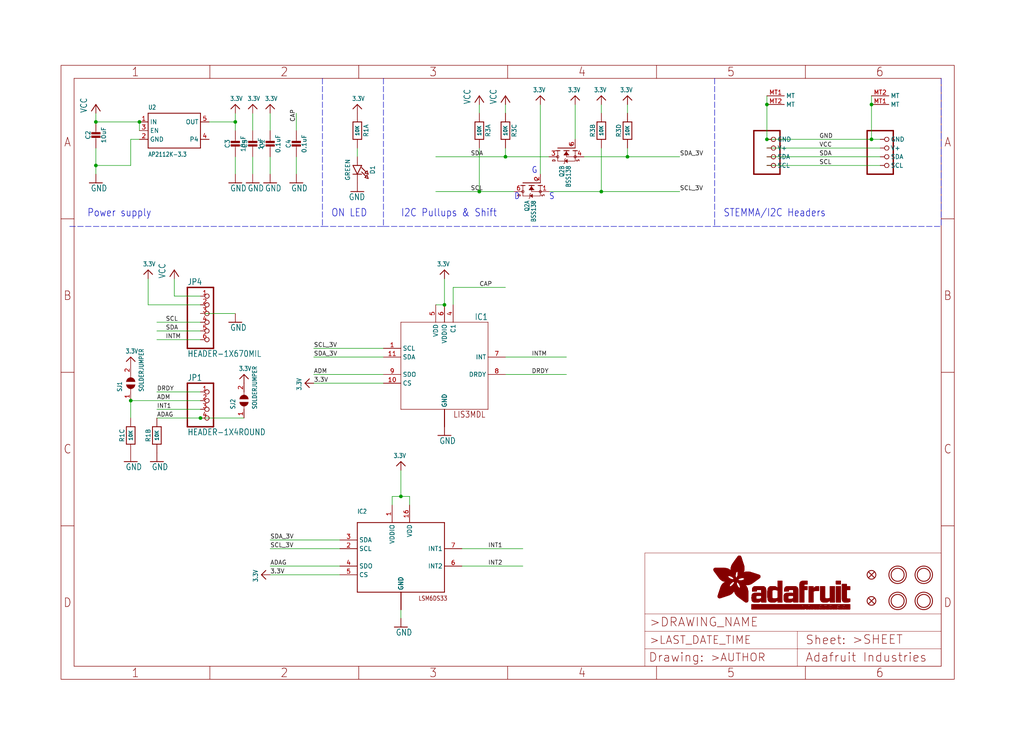
<source format=kicad_sch>
(kicad_sch (version 20211123) (generator eeschema)
  (paper "User" 298.45 217.881)
  (lib_symbols
    (symbol "eagleSchem-eagle-import:3.3V" (power)
      (property "Value" "3.3V" (at -1.524 1.016 0))
      (symbol "3.3V_1_0"
        (pin power_in line (at 0 -2.54 90) (length 2.54) (name "3.3V") (number "1"))
      )
    )
    (symbol "eagleSchem-eagle-import:CAP_CERAMIC0603_NO"
      (property "Reference" "C" (at -2.29 1.25 90))
      (property "Value" "CAP_CERAMIC0603_NO" (at 2.3 1.25 90))
      (symbol "CAP_CERAMIC0603_NO_1_0"
        (pin passive line (at 0 5.08 270) (length 2.54) (name "1") (number "1"))
        (pin passive line (at 0 -2.54 90) (length 2.54) (name "2") (number "2"))
      )
    )
    (symbol "eagleSchem-eagle-import:CAP_CERAMIC0805-NOOUTLINE"
      (property "Reference" "C" (at -2.29 1.25 90))
      (property "Value" "CAP_CERAMIC0805-NOOUTLINE" (at 2.3 1.25 90))
      (symbol "CAP_CERAMIC0805-NOOUTLINE_1_0"
        (pin passive line (at 0 5.08 270) (length 2.54) (name "1") (number "1"))
        (pin passive line (at 0 -2.54 90) (length 2.54) (name "2") (number "2"))
      )
    )
    (symbol "eagleSchem-eagle-import:FIDUCIAL_1MM")
    (symbol "eagleSchem-eagle-import:FRAME_A4_ADAFRUIT"
      (symbol "FRAME_A4_ADAFRUIT_0_0"
        (text "1" (at 21.6958 1.905 0) (effects (font (size 2.54 2.286))))
        (text "1" (at 21.6958 177.165 0) (effects (font (size 2.54 2.286))))
        (text "2" (at 65.0875 1.905 0) (effects (font (size 2.54 2.286))))
        (text "2" (at 65.0875 177.165 0) (effects (font (size 2.54 2.286))))
        (text "3" (at 108.4792 1.905 0) (effects (font (size 2.54 2.286))))
        (text "3" (at 108.4792 177.165 0) (effects (font (size 2.54 2.286))))
        (text "4" (at 151.8708 1.905 0) (effects (font (size 2.54 2.286))))
        (text "4" (at 151.8708 177.165 0) (effects (font (size 2.54 2.286))))
        (text "5" (at 195.2625 1.905 0) (effects (font (size 2.54 2.286))))
        (text "5" (at 195.2625 177.165 0) (effects (font (size 2.54 2.286))))
        (text "6" (at 238.6542 1.905 0) (effects (font (size 2.54 2.286))))
        (text "6" (at 238.6542 177.165 0) (effects (font (size 2.54 2.286))))
        (text "A" (at 1.905 156.6863 0) (effects (font (size 2.54 2.286))))
        (text "A" (at 258.445 156.6863 0) (effects (font (size 2.54 2.286))))
        (text "B" (at 1.905 111.9188 0) (effects (font (size 2.54 2.286))))
        (text "B" (at 258.445 111.9188 0) (effects (font (size 2.54 2.286))))
        (text "C" (at 1.905 67.1513 0) (effects (font (size 2.54 2.286))))
        (text "C" (at 258.445 67.1513 0) (effects (font (size 2.54 2.286))))
        (text "D" (at 1.905 22.3838 0) (effects (font (size 2.54 2.286))))
        (text "D" (at 258.445 22.3838 0) (effects (font (size 2.54 2.286))))
      )
      (symbol "FRAME_A4_ADAFRUIT_1_0"
        (text ">AUTHOR" (at 189.23 5.08 0) (effects (font (size 2.286 2.286)) (justify left bottom)))
        (text ">DRAWING_NAME" (at 171.45 15.24 0) (effects (font (size 2.54 2.54)) (justify left bottom)))
        (text ">LAST_DATE_TIME" (at 171.45 10.16 0) (effects (font (size 2.286 2.286)) (justify left bottom)))
        (text ">SHEET" (at 230.505 10.16 0) (effects (font (size 2.54 2.54)) (justify left bottom)))
        (text "Adafruit Industries" (at 216.916 4.953 0) (effects (font (size 2.54 2.54)) (justify left bottom)))
        (text "Drawing:" (at 171.196 4.953 0) (effects (font (size 2.54 2.54)) (justify left bottom)))
        (text "Sheet:" (at 216.916 10.033 0) (effects (font (size 2.54 2.54)) (justify left bottom)))
      )
    )
    (symbol "eagleSchem-eagle-import:GND" (power)
      (property "Value" "GND" (at -2.54 -2.54 0))
      (symbol "GND_1_0"
        (pin power_in line (at 0 2.54 270) (length 2.54) (name "GND") (number "1"))
      )
    )
    (symbol "eagleSchem-eagle-import:HEADER-1X4ROUND"
      (property "Reference" "JP" (at -6.35 8.255 0))
      (property "Value" "HEADER-1X4ROUND" (at -6.35 -7.62 0))
      (symbol "HEADER-1X4ROUND_1_0"
        (pin passive inverted (at -2.54 5.08 0) (length 2.54) (name "1") (number "1"))
        (pin passive inverted (at -2.54 2.54 0) (length 2.54) (name "2") (number "2"))
        (pin passive inverted (at -2.54 0 0) (length 2.54) (name "3") (number "3"))
        (pin passive inverted (at -2.54 -2.54 0) (length 2.54) (name "4") (number "4"))
      )
    )
    (symbol "eagleSchem-eagle-import:HEADER-1X670MIL"
      (property "Reference" "JP" (at -6.35 10.795 0))
      (property "Value" "HEADER-1X670MIL" (at -6.35 -10.16 0))
      (symbol "HEADER-1X670MIL_1_0"
        (pin passive inverted (at -2.54 7.62 0) (length 2.54) (name "1") (number "1"))
        (pin passive inverted (at -2.54 5.08 0) (length 2.54) (name "2") (number "2"))
        (pin passive inverted (at -2.54 2.54 0) (length 2.54) (name "3") (number "3"))
        (pin passive inverted (at -2.54 0 0) (length 2.54) (name "4") (number "4"))
        (pin passive inverted (at -2.54 -2.54 0) (length 2.54) (name "5") (number "5"))
        (pin passive inverted (at -2.54 -5.08 0) (length 2.54) (name "6") (number "6"))
      )
    )
    (symbol "eagleSchem-eagle-import:LED0603_NOOUTLINE"
      (property "Reference" "D" (at -1.27 4.445 0))
      (property "Value" "LED0603_NOOUTLINE" (at -1.27 -2.794 0))
      (symbol "LED0603_NOOUTLINE_1_0"
        (pin passive line (at -5.08 0 0) (length 2.54) (name "A") (number "A"))
        (pin passive line (at 2.54 0 180) (length 2.54) (name "C") (number "C"))
      )
    )
    (symbol "eagleSchem-eagle-import:LIS3MDL"
      (property "Reference" "IC" (at 12.7 15.24 0))
      (symbol "LIS3MDL_1_0"
        (text "LIS3MDL" (at 2.54 -15.24 0) (effects (font (size 1.778 1.5113)) (justify left bottom)))
        (pin input line (at -17.78 5.08 0) (length 5.08) (name "SCL") (number "1"))
        (pin input line (at -17.78 -5.08 0) (length 5.08) (name "CS") (number "10"))
        (pin bidirectional line (at -17.78 2.54 0) (length 5.08) (name "SDA") (number "11"))
        (pin power_in line (at 0 -17.78 90) (length 5.08) (name "GND") (number "12"))
        (pin power_in line (at 0 -17.78 90) (length 5.08) (name "GND") (number "2"))
        (pin power_in line (at 0 -17.78 90) (length 5.08) (name "GND") (number "3"))
        (pin input line (at 2.54 17.78 270) (length 5.08) (name "C1") (number "4"))
        (pin power_in line (at -2.54 17.78 270) (length 5.08) (name "VDD") (number "5"))
        (pin power_in line (at 0 17.78 270) (length 5.08) (name "VDDIO") (number "6"))
        (pin output line (at 17.78 2.54 180) (length 5.08) (name "INT") (number "7"))
        (pin output line (at 17.78 -2.54 180) (length 5.08) (name "DRDY") (number "8"))
        (pin bidirectional line (at -17.78 -2.54 0) (length 5.08) (name "SDO") (number "9"))
      )
    )
    (symbol "eagleSchem-eagle-import:LSM6DS33"
      (property "Reference" "IC" (at -12.7 12.7 0))
      (symbol "LSM6DS33_1_0"
        (text "LSM6DS33" (at 5.08 -12.7 0) (effects (font (size 1.27 1.0795)) (justify left bottom)))
        (pin power_in line (at -2.54 15.24 270) (length 5.08) (name "VDDIO") (number "1"))
        (pin power_in line (at 0 -15.24 90) (length 5.08) (name "GND") (number "10"))
        (pin power_in line (at 0 -15.24 90) (length 5.08) (name "GND") (number "11"))
        (pin power_in line (at 0 -15.24 90) (length 5.08) (name "GND") (number "12"))
        (pin power_in line (at 0 -15.24 90) (length 5.08) (name "GND") (number "13"))
        (pin power_in line (at 0 -15.24 90) (length 5.08) (name "GND") (number "15"))
        (pin power_in line (at 2.54 15.24 270) (length 5.08) (name "VDD") (number "16"))
        (pin bidirectional line (at -17.78 2.54 0) (length 5.08) (name "SCL") (number "2"))
        (pin bidirectional line (at -17.78 5.08 0) (length 5.08) (name "SDA") (number "3"))
        (pin bidirectional line (at -17.78 -2.54 0) (length 5.08) (name "SDO") (number "4"))
        (pin input line (at -17.78 -5.08 0) (length 5.08) (name "CS") (number "5"))
        (pin output line (at 17.78 -2.54 180) (length 5.08) (name "INT2") (number "6"))
        (pin output line (at 17.78 2.54 180) (length 5.08) (name "INT1") (number "7"))
        (pin power_in line (at 0 -15.24 90) (length 5.08) (name "GND") (number "8"))
        (pin power_in line (at 0 -15.24 90) (length 5.08) (name "GND") (number "9"))
      )
    )
    (symbol "eagleSchem-eagle-import:MOSFET-N_DUAL"
      (property "Reference" "Q" (at 5.08 0.635 0))
      (property "Value" "MOSFET-N_DUAL" (at 5.08 -1.27 0))
      (symbol "MOSFET-N_DUAL_1_0"
        (text "D" (at 3.175 3.175 0) (effects (font (size 0.8128 0.6908)) (justify left bottom)))
        (text "G" (at -1.27 -1.905 0) (effects (font (size 0.8128 0.6908)) (justify left bottom)))
        (text "S" (at 3.175 -3.81 0) (effects (font (size 0.8128 0.6908)) (justify left bottom)))
        (pin bidirectional line (at 2.54 -5.08 90) (length 2.54) (name "S") (number "1"))
        (pin bidirectional line (at -2.54 -2.54 0) (length 2.54) (name "G") (number "2"))
        (pin bidirectional line (at 2.54 5.08 270) (length 2.54) (name "D") (number "6"))
      )
      (symbol "MOSFET-N_DUAL_2_0"
        (text "D" (at 3.175 3.175 0) (effects (font (size 0.8128 0.6908)) (justify left bottom)))
        (text "G" (at -1.27 -1.905 0) (effects (font (size 0.8128 0.6908)) (justify left bottom)))
        (text "S" (at 3.175 -3.81 0) (effects (font (size 0.8128 0.6908)) (justify left bottom)))
        (pin bidirectional line (at 2.54 5.08 270) (length 2.54) (name "D") (number "3"))
        (pin bidirectional line (at 2.54 -5.08 90) (length 2.54) (name "S") (number "4"))
        (pin bidirectional line (at -2.54 -2.54 0) (length 2.54) (name "G") (number "5"))
      )
    )
    (symbol "eagleSchem-eagle-import:MOUNTINGHOLE2.5")
    (symbol "eagleSchem-eagle-import:RESISTOR_4PACK"
      (property "Reference" "R" (at 0 2.54 0))
      (property "Value" "RESISTOR_4PACK" (at 0 0 0))
      (symbol "RESISTOR_4PACK_1_0"
        (pin passive line (at -5.08 0 0) (length 2.54) (name "1") (number "1"))
        (pin passive line (at 5.08 0 180) (length 2.54) (name "2") (number "8"))
      )
      (symbol "RESISTOR_4PACK_2_0"
        (pin passive line (at -5.08 0 0) (length 2.54) (name "1") (number "2"))
        (pin passive line (at 5.08 0 180) (length 2.54) (name "2") (number "7"))
      )
      (symbol "RESISTOR_4PACK_3_0"
        (pin passive line (at -5.08 0 0) (length 2.54) (name "1") (number "3"))
        (pin passive line (at 5.08 0 180) (length 2.54) (name "2") (number "6"))
      )
      (symbol "RESISTOR_4PACK_4_0"
        (pin passive line (at -5.08 0 0) (length 2.54) (name "1") (number "4"))
        (pin passive line (at 5.08 0 180) (length 2.54) (name "2") (number "5"))
      )
    )
    (symbol "eagleSchem-eagle-import:SOLDERJUMPER"
      (property "Reference" "SJ" (at -2.54 2.54 0))
      (property "Value" "SOLDERJUMPER" (at -2.54 -3.81 0))
      (symbol "SOLDERJUMPER_1_0"
        (pin passive line (at -5.08 0 0) (length 2.54) (name "1") (number "1"))
        (pin passive line (at 5.08 0 180) (length 2.54) (name "2") (number "2"))
      )
    )
    (symbol "eagleSchem-eagle-import:STEMMA_I2C_QT"
      (symbol "STEMMA_I2C_QT_1_0"
        (pin passive inverted (at 0 5.08 0) (length 2.54) (name "GND") (number "1"))
        (pin passive inverted (at 0 2.54 0) (length 2.54) (name "V+") (number "2"))
        (pin passive inverted (at 0 0 0) (length 2.54) (name "SDA") (number "3"))
        (pin passive inverted (at 0 -2.54 0) (length 2.54) (name "SCL") (number "4"))
      )
      (symbol "STEMMA_I2C_QT_2_0"
        (pin bidirectional line (at 0 0 0) (length 5.08) (name "MT") (number "MT1"))
      )
      (symbol "STEMMA_I2C_QT_3_0"
        (pin bidirectional line (at 0 0 0) (length 5.08) (name "MT") (number "MT2"))
      )
    )
    (symbol "eagleSchem-eagle-import:VCC" (power)
      (property "Value" "VCC" (at -2.54 -2.54 90))
      (symbol "VCC_1_0"
        (pin power_in line (at 0 -2.54 90) (length 2.54) (name "VCC") (number "1"))
      )
    )
    (symbol "eagleSchem-eagle-import:VREG_SOT23-5"
      (property "Reference" "U" (at -7.62 6.096 0))
      (property "Value" "VREG_SOT23-5" (at -7.62 -7.62 0))
      (symbol "VREG_SOT23-5_1_0"
        (pin power_in line (at -10.16 2.54 0) (length 2.54) (name "IN") (number "1"))
        (pin power_in line (at -10.16 -2.54 0) (length 2.54) (name "GND") (number "2"))
        (pin input line (at -10.16 0 0) (length 2.54) (name "EN") (number "3"))
        (pin bidirectional line (at 10.16 -2.54 180) (length 2.54) (name "P4") (number "4"))
        (pin power_in line (at 10.16 2.54 180) (length 2.54) (name "OUT") (number "5"))
      )
    )
  )
  (junction (at 68.58 35.56))
  (junction (at 182.88 45.72))
  (junction (at 40.64 35.56))
  (junction (at 129.54 88.9))
  (junction (at 254 30.48))
  (junction (at 254 40.64))
  (junction (at 139.7 55.88))
  (junction (at 27.94 35.56))
  (junction (at 223.52 40.64))
  (junction (at 27.94 48.26))
  (junction (at 38.1 116.84))
  (junction (at 223.52 30.48))
  (junction (at 116.84 144.78))
  (junction (at 147.32 45.72))
  (junction (at 58.42 121.92))
  (junction (at 175.26 55.88))
  (polyline (pts (xy 111.76 66.04) (xy 208.28 66.04)))
  (wire (pts (xy 152.4 165.1) (xy 134.62 165.1)))
  (wire (pts (xy 175.26 43.18) (xy 175.26 55.88)))
  (wire (pts (xy 91.44 104.14) (xy 111.76 104.14)))
  (wire (pts (xy 223.52 27.94) (xy 223.52 30.48)))
  (wire (pts (xy 68.58 35.56) (xy 68.58 33.02)))
  (wire (pts (xy 27.94 48.26) (xy 27.94 50.8)))
  (wire (pts (xy 139.7 55.88) (xy 127 55.88)))
  (wire (pts (xy 68.58 35.56) (xy 68.58 38.1)))
  (wire (pts (xy 58.42 86.36) (xy 50.8 86.36)))
  (wire (pts (xy 170.18 45.72) (xy 182.88 45.72)))
  (wire (pts (xy 129.54 88.9) (xy 129.54 81.28)))
  (wire (pts (xy 147.32 104.14) (xy 165.1 104.14)))
  (wire (pts (xy 58.42 91.44) (xy 68.58 91.44)))
  (wire (pts (xy 68.58 45.72) (xy 68.58 50.8)))
  (wire (pts (xy 27.94 33.02) (xy 27.94 35.56)))
  (wire (pts (xy 58.42 121.92) (xy 71.12 121.92)))
  (wire (pts (xy 86.36 33.02) (xy 86.36 38.1)))
  (wire (pts (xy 38.1 116.84) (xy 38.1 121.92)))
  (wire (pts (xy 86.36 45.72) (xy 86.36 50.8)))
  (wire (pts (xy 111.76 101.6) (xy 91.44 101.6)))
  (wire (pts (xy 58.42 116.84) (xy 38.1 116.84)))
  (wire (pts (xy 40.64 38.1) (xy 40.64 35.56)))
  (wire (pts (xy 119.38 144.78) (xy 116.84 144.78)))
  (wire (pts (xy 223.52 30.48) (xy 223.52 40.64)))
  (wire (pts (xy 160.02 45.72) (xy 147.32 45.72)))
  (wire (pts (xy 254 30.48) (xy 254 40.64)))
  (wire (pts (xy 43.18 88.9) (xy 43.18 81.28)))
  (wire (pts (xy 254 27.94) (xy 254 30.48)))
  (wire (pts (xy 60.96 35.56) (xy 68.58 35.56)))
  (wire (pts (xy 104.14 45.72) (xy 104.14 43.18)))
  (wire (pts (xy 99.06 165.1) (xy 78.74 165.1)))
  (wire (pts (xy 134.62 160.02) (xy 152.4 160.02)))
  (wire (pts (xy 127 88.9) (xy 129.54 88.9)))
  (wire (pts (xy 58.42 121.92) (xy 45.72 121.92)))
  (wire (pts (xy 78.74 33.02) (xy 78.74 38.1)))
  (wire (pts (xy 139.7 30.48) (xy 139.7 33.02)))
  (wire (pts (xy 99.06 157.48) (xy 78.74 157.48)))
  (wire (pts (xy 111.76 111.76) (xy 91.44 111.76)))
  (polyline (pts (xy 111.76 22.86) (xy 111.76 66.04)))
  (wire (pts (xy 78.74 45.72) (xy 78.74 50.8)))
  (wire (pts (xy 114.3 144.78) (xy 114.3 147.32)))
  (wire (pts (xy 58.42 99.06) (xy 45.72 99.06)))
  (wire (pts (xy 58.42 88.9) (xy 43.18 88.9)))
  (wire (pts (xy 116.84 177.8) (xy 116.84 180.34)))
  (wire (pts (xy 132.08 83.82) (xy 147.32 83.82)))
  (wire (pts (xy 116.84 144.78) (xy 116.84 137.16)))
  (wire (pts (xy 114.3 144.78) (xy 116.84 144.78)))
  (wire (pts (xy 182.88 45.72) (xy 198.12 45.72)))
  (wire (pts (xy 58.42 119.38) (xy 45.72 119.38)))
  (wire (pts (xy 165.1 109.22) (xy 147.32 109.22)))
  (wire (pts (xy 175.26 33.02) (xy 175.26 30.48)))
  (wire (pts (xy 160.02 55.88) (xy 175.26 55.88)))
  (wire (pts (xy 157.48 50.8) (xy 157.48 30.48)))
  (wire (pts (xy 27.94 48.26) (xy 27.94 43.18)))
  (wire (pts (xy 73.66 38.1) (xy 73.66 33.02)))
  (wire (pts (xy 175.26 55.88) (xy 198.12 55.88)))
  (wire (pts (xy 139.7 43.18) (xy 139.7 55.88)))
  (polyline (pts (xy 20.32 66.04) (xy 93.98 66.04)))
  (wire (pts (xy 58.42 96.52) (xy 45.72 96.52)))
  (wire (pts (xy 111.76 109.22) (xy 91.44 109.22)))
  (wire (pts (xy 119.38 147.32) (xy 119.38 144.78)))
  (wire (pts (xy 182.88 33.02) (xy 182.88 30.48)))
  (wire (pts (xy 147.32 45.72) (xy 127 45.72)))
  (polyline (pts (xy 93.98 22.86) (xy 93.98 66.04)))
  (wire (pts (xy 256.54 40.64) (xy 254 40.64)))
  (wire (pts (xy 182.88 43.18) (xy 182.88 45.72)))
  (wire (pts (xy 40.64 35.56) (xy 27.94 35.56)))
  (wire (pts (xy 38.1 40.64) (xy 38.1 48.26)))
  (wire (pts (xy 147.32 43.18) (xy 147.32 45.72)))
  (wire (pts (xy 147.32 33.02) (xy 147.32 30.48)))
  (polyline (pts (xy 274.32 22.86) (xy 274.32 66.04)))
  (wire (pts (xy 254 40.64) (xy 223.52 40.64)))
  (wire (pts (xy 223.52 43.18) (xy 256.54 43.18)))
  (wire (pts (xy 38.1 48.26) (xy 27.94 48.26)))
  (wire (pts (xy 40.64 40.64) (xy 38.1 40.64)))
  (wire (pts (xy 223.52 48.26) (xy 256.54 48.26)))
  (polyline (pts (xy 93.98 66.04) (xy 111.76 66.04)))
  (wire (pts (xy 132.08 88.9) (xy 132.08 83.82)))
  (wire (pts (xy 149.86 55.88) (xy 139.7 55.88)))
  (wire (pts (xy 50.8 86.36) (xy 50.8 81.28)))
  (polyline (pts (xy 208.28 22.86) (xy 208.28 66.04)))
  (wire (pts (xy 167.64 40.64) (xy 167.64 30.48)))
  (wire (pts (xy 99.06 167.64) (xy 78.74 167.64)))
  (polyline (pts (xy 208.28 66.04) (xy 274.32 66.04)))
  (wire (pts (xy 58.42 93.98) (xy 45.72 93.98)))
  (wire (pts (xy 78.74 160.02) (xy 99.06 160.02)))
  (wire (pts (xy 256.54 45.72) (xy 223.52 45.72)))
  (wire (pts (xy 45.72 114.3) (xy 58.42 114.3)))
  (wire (pts (xy 73.66 45.72) (xy 73.66 50.8)))
  (text "G" (at 154.94 50.8 180) (effects (font (size 1.778 1.5113)) (justify left bottom)))
  (text "Power supply" (at 25.4 63.5 180) (effects (font (size 2.1844 1.8567)) (justify left bottom)))
  (text "S" (at 160.02 58.42 180) (effects (font (size 1.778 1.5113)) (justify left bottom)))
  (text "ON LED" (at 96.52 63.5 180) (effects (font (size 2.1844 1.8567)) (justify left bottom)))
  (text "D" (at 149.86 58.42 180) (effects (font (size 1.778 1.5113)) (justify left bottom)))
  (text "STEMMA/I2C Headers" (at 210.82 63.5 180) (effects (font (size 2.1844 1.8567)) (justify left bottom)))
  (text "I2C Pullups & Shift" (at 116.84 63.5 180) (effects (font (size 2.1844 1.8567)) (justify left bottom)))
  (label "ADM" (at 45.72 116.84 0) (effects (font (size 1.2446 1.2446))))
  (label "GND" (at 238.76 40.64 0) (effects (font (size 1.2446 1.2446))))
  (label "DRDY" (at 154.94 109.22 0) (effects (font (size 1.2446 1.2446))))
  (label "SCL" (at 137.16 55.88 0) (effects (font (size 1.2446 1.2446))))
  (label "SCL_3V" (at 78.74 160.02 0) (effects (font (size 1.2446 1.2446))))
  (label "SCL_3V" (at 198.12 55.88 0) (effects (font (size 1.2446 1.2446))))
  (label "ADAG" (at 78.74 165.1 0) (effects (font (size 1.2446 1.2446))))
  (label "SCL" (at 48.26 93.98 0) (effects (font (size 1.2446 1.2446))))
  (label "ADAG" (at 45.72 121.92 0) (effects (font (size 1.2446 1.2446))))
  (label "CAP" (at 139.7 83.82 0) (effects (font (size 1.2446 1.2446))))
  (label "SDA" (at 238.76 45.72 0) (effects (font (size 1.2446 1.2446))))
  (label "INT2" (at 142.24 165.1 0) (effects (font (size 1.2446 1.2446))))
  (label "3.3V" (at 91.44 111.76 0) (effects (font (size 1.2446 1.2446))))
  (label "SDA_3V" (at 198.12 45.72 0) (effects (font (size 1.2446 1.2446))))
  (label "SDA" (at 48.26 96.52 0) (effects (font (size 1.2446 1.2446))))
  (label "SCL_3V" (at 91.44 101.6 0) (effects (font (size 1.2446 1.2446))))
  (label "SDA" (at 137.16 45.72 0) (effects (font (size 1.2446 1.2446))))
  (label "INT1" (at 45.72 119.38 0) (effects (font (size 1.2446 1.2446))))
  (label "INTM" (at 48.26 99.06 0) (effects (font (size 1.2446 1.2446))))
  (label "INT1" (at 142.24 160.02 0) (effects (font (size 1.2446 1.2446))))
  (label "VCC" (at 238.76 43.18 0) (effects (font (size 1.2446 1.2446))))
  (label "SCL" (at 238.76 48.26 0) (effects (font (size 1.2446 1.2446))))
  (label "DRDY" (at 45.72 114.3 0) (effects (font (size 1.2446 1.2446))))
  (label "CAP" (at 86.36 35.56 90) (effects (font (size 1.2446 1.2446))))
  (label "INTM" (at 154.94 104.14 0) (effects (font (size 1.2446 1.2446))))
  (label "3.3V" (at 78.74 167.64 0) (effects (font (size 1.2446 1.2446))))
  (label "ADM" (at 91.44 109.22 0) (effects (font (size 1.2446 1.2446))))
  (label "SDA_3V" (at 78.74 157.48 0) (effects (font (size 1.2446 1.2446))))
  (label "SDA_3V" (at 91.44 104.14 0) (effects (font (size 1.2446 1.2446))))
  (symbol (lib_id "eagleSchem-eagle-import:3.3V") (at 76.2 167.64 90) (mirror x) (unit 1)
    (property "Reference" "#U$32" (effects hide))
    (property "Value" "3.3V" (at 75.184 166.116 0) (effects (font (size 1.27 1.0795)) (justify left bottom)))
    (property "Footprint" "eagleSchem:" (effects hide))
  )
  (symbol (lib_id "eagleSchem-eagle-import:3.3V") (at 116.84 134.62 0) (mirror y) (unit 1)
    (property "Reference" "#U$28" (effects hide))
    (property "Value" "3.3V" (at 118.364 133.604 0) (effects (font (size 1.27 1.0795)) (justify left bottom)))
    (property "Footprint" "eagleSchem:" (effects hide))
  )
  (symbol (lib_id "eagleSchem-eagle-import:RESISTOR_4PACK") (at 104.14 38.1 270) (unit 1)
    (property "Reference" "R1" (at 106.68 38.1 0))
    (property "Value" "10K" (at 104.14 38.1 0) (effects (font (size 1.016 1.016) bold)))
    (property "Footprint" "eagleSchem:RESPACK_4X0603" (effects hide))
  )
  (symbol (lib_id "eagleSchem-eagle-import:3.3V") (at 73.66 30.48 0) (unit 1)
    (property "Reference" "#U$22" (effects hide))
    (property "Value" "3.3V" (at 72.136 29.464 0) (effects (font (size 1.27 1.0795)) (justify left bottom)))
    (property "Footprint" "eagleSchem:" (effects hide))
  )
  (symbol (lib_id "eagleSchem-eagle-import:HEADER-1X4ROUND") (at 60.96 119.38 0) (unit 1)
    (property "Reference" "JP1" (at 54.61 111.125 0) (effects (font (size 1.778 1.5113)) (justify left bottom)))
    (property "Value" "HEADER-1X4ROUND" (at 54.61 127 0) (effects (font (size 1.778 1.5113)) (justify left bottom)))
    (property "Footprint" "eagleSchem:1X04_ROUND" (effects hide))
  )
  (symbol (lib_id "eagleSchem-eagle-import:STEMMA_I2C_QT") (at 223.52 45.72 0) (unit 1)
    (property "Reference" "CONN3" (effects hide))
    (property "Value" "STEMMA_I2C_QT" (effects hide))
    (property "Footprint" "eagleSchem:JST_SH4" (effects hide))
  )
  (symbol (lib_id "eagleSchem-eagle-import:FRAME_A4_ADAFRUIT") (at 17.78 198.12 0) (unit 1)
    (property "Reference" "#U$18" (effects hide))
    (property "Value" "FRAME_A4_ADAFRUIT" (effects hide))
    (property "Footprint" "eagleSchem:" (effects hide))
  )
  (symbol (lib_id "eagleSchem-eagle-import:LIS3MDL") (at 129.54 106.68 0) (unit 1)
    (property "Reference" "IC1" (at 142.24 91.44 0) (effects (font (size 1.778 1.5113)) (justify right top)))
    (property "Value" "LIS3MDL" (effects hide))
    (property "Footprint" "eagleSchem:LGA12_2X2MM" (effects hide))
  )
  (symbol (lib_id "eagleSchem-eagle-import:GND") (at 38.1 134.62 0) (unit 1)
    (property "Reference" "#U$11" (effects hide))
    (property "Value" "GND" (at 36.576 137.16 0) (effects (font (size 1.778 1.5113)) (justify left bottom)))
    (property "Footprint" "eagleSchem:" (effects hide))
  )
  (symbol (lib_id "eagleSchem-eagle-import:VCC") (at 27.94 30.48 0) (unit 1)
    (property "Reference" "#P+3" (effects hide))
    (property "Value" "VCC" (at 25.4 33.02 90) (effects (font (size 1.778 1.5113)) (justify left bottom)))
    (property "Footprint" "eagleSchem:" (effects hide))
  )
  (symbol (lib_id "eagleSchem-eagle-import:3.3V") (at 175.26 27.94 0) (mirror y) (unit 1)
    (property "Reference" "#U$24" (effects hide))
    (property "Value" "3.3V" (at 176.784 26.924 0) (effects (font (size 1.27 1.0795)) (justify left bottom)))
    (property "Footprint" "eagleSchem:" (effects hide))
  )
  (symbol (lib_id "eagleSchem-eagle-import:CAP_CERAMIC0603_NO") (at 86.36 43.18 0) (unit 1)
    (property "Reference" "C4" (at 84.07 41.93 90))
    (property "Value" "0.1uF" (at 88.66 41.93 90))
    (property "Footprint" "eagleSchem:0603-NO" (effects hide))
  )
  (symbol (lib_id "eagleSchem-eagle-import:GND") (at 73.66 53.34 0) (unit 1)
    (property "Reference" "#U$27" (effects hide))
    (property "Value" "GND" (at 72.136 55.88 0) (effects (font (size 1.778 1.5113)) (justify left bottom)))
    (property "Footprint" "eagleSchem:" (effects hide))
  )
  (symbol (lib_id "eagleSchem-eagle-import:GND") (at 104.14 55.88 0) (unit 1)
    (property "Reference" "#GND6" (effects hide))
    (property "Value" "GND" (at 101.6 58.42 0) (effects (font (size 1.778 1.5113)) (justify left bottom)))
    (property "Footprint" "eagleSchem:" (effects hide))
  )
  (symbol (lib_id "eagleSchem-eagle-import:CAP_CERAMIC0805-NOOUTLINE") (at 27.94 40.64 0) (unit 1)
    (property "Reference" "C2" (at 25.65 39.39 90))
    (property "Value" "10uF" (at 30.24 39.39 90))
    (property "Footprint" "eagleSchem:0805-NO" (effects hide))
  )
  (symbol (lib_id "eagleSchem-eagle-import:RESISTOR_4PACK") (at 139.7 38.1 270) (unit 1)
    (property "Reference" "R3" (at 142.24 38.1 0))
    (property "Value" "10K" (at 139.7 38.1 0) (effects (font (size 1.016 1.016) bold)))
    (property "Footprint" "eagleSchem:RESPACK_4X0603" (effects hide))
  )
  (symbol (lib_id "eagleSchem-eagle-import:CAP_CERAMIC0603_NO") (at 78.74 43.18 0) (unit 1)
    (property "Reference" "C1" (at 76.45 41.93 90))
    (property "Value" "0.1uF" (at 81.04 41.93 90))
    (property "Footprint" "eagleSchem:0603-NO" (effects hide))
  )
  (symbol (lib_id "eagleSchem-eagle-import:HEADER-1X670MIL") (at 60.96 93.98 0) (unit 1)
    (property "Reference" "JP4" (at 54.61 83.185 0) (effects (font (size 1.778 1.5113)) (justify left bottom)))
    (property "Value" "HEADER-1X670MIL" (at 54.61 104.14 0) (effects (font (size 1.778 1.5113)) (justify left bottom)))
    (property "Footprint" "eagleSchem:1X06_ROUND_70" (effects hide))
  )
  (symbol (lib_id "eagleSchem-eagle-import:CAP_CERAMIC0603_NO") (at 73.66 43.18 0) (unit 1)
    (property "Reference" "C5" (at 71.37 41.93 90))
    (property "Value" "1uF" (at 75.96 41.93 90))
    (property "Footprint" "eagleSchem:0603-NO" (effects hide))
  )
  (symbol (lib_id "eagleSchem-eagle-import:RESISTOR_4PACK") (at 45.72 127 90) (unit 2)
    (property "Reference" "R1" (at 43.18 127 0))
    (property "Value" "10K" (at 45.72 127 0) (effects (font (size 1.016 1.016) bold)))
    (property "Footprint" "eagleSchem:RESPACK_4X0603" (effects hide))
  )
  (symbol (lib_id "eagleSchem-eagle-import:FIDUCIAL_1MM") (at 254 167.64 0) (unit 1)
    (property "Reference" "FID4" (effects hide))
    (property "Value" "FIDUCIAL_1MM" (effects hide))
    (property "Footprint" "eagleSchem:FIDUCIAL_1MM" (effects hide))
  )
  (symbol (lib_id "eagleSchem-eagle-import:GND") (at 78.74 53.34 0) (unit 1)
    (property "Reference" "#U$6" (effects hide))
    (property "Value" "GND" (at 77.216 55.88 0) (effects (font (size 1.778 1.5113)) (justify left bottom)))
    (property "Footprint" "eagleSchem:" (effects hide))
  )
  (symbol (lib_id "eagleSchem-eagle-import:3.3V") (at 78.74 30.48 0) (unit 1)
    (property "Reference" "#U$14" (effects hide))
    (property "Value" "3.3V" (at 77.216 29.464 0) (effects (font (size 1.27 1.0795)) (justify left bottom)))
    (property "Footprint" "eagleSchem:" (effects hide))
  )
  (symbol (lib_id "eagleSchem-eagle-import:MOUNTINGHOLE2.5") (at 261.62 167.64 0) (unit 1)
    (property "Reference" "U$17" (effects hide))
    (property "Value" "MOUNTINGHOLE2.5" (effects hide))
    (property "Footprint" "eagleSchem:MOUNTINGHOLE_2.5_PLATED" (effects hide))
  )
  (symbol (lib_id "eagleSchem-eagle-import:3.3V") (at 68.58 30.48 0) (unit 1)
    (property "Reference" "#U$15" (effects hide))
    (property "Value" "3.3V" (at 67.056 29.464 0) (effects (font (size 1.27 1.0795)) (justify left bottom)))
    (property "Footprint" "eagleSchem:" (effects hide))
  )
  (symbol (lib_id "eagleSchem-eagle-import:3.3V") (at 157.48 27.94 0) (mirror y) (unit 1)
    (property "Reference" "#U$26" (effects hide))
    (property "Value" "3.3V" (at 159.004 26.924 0) (effects (font (size 1.27 1.0795)) (justify left bottom)))
    (property "Footprint" "eagleSchem:" (effects hide))
  )
  (symbol (lib_id "eagleSchem-eagle-import:GND") (at 68.58 93.98 0) (unit 1)
    (property "Reference" "#U$10" (effects hide))
    (property "Value" "GND" (at 67.056 96.52 0) (effects (font (size 1.778 1.5113)) (justify left bottom)))
    (property "Footprint" "eagleSchem:" (effects hide))
  )
  (symbol (lib_id "eagleSchem-eagle-import:GND") (at 129.54 127 0) (unit 1)
    (property "Reference" "#U$2" (effects hide))
    (property "Value" "GND" (at 128.016 129.54 0) (effects (font (size 1.778 1.5113)) (justify left bottom)))
    (property "Footprint" "eagleSchem:" (effects hide))
  )
  (symbol (lib_id "eagleSchem-eagle-import:STEMMA_I2C_QT") (at 256.54 45.72 0) (unit 1)
    (property "Reference" "CONN4" (effects hide))
    (property "Value" "STEMMA_I2C_QT" (effects hide))
    (property "Footprint" "eagleSchem:JST_SH4" (effects hide))
  )
  (symbol (lib_id "eagleSchem-eagle-import:MOUNTINGHOLE2.5") (at 269.24 167.64 0) (unit 1)
    (property "Reference" "U$19" (effects hide))
    (property "Value" "MOUNTINGHOLE2.5" (effects hide))
    (property "Footprint" "eagleSchem:MOUNTINGHOLE_2.5_PLATED" (effects hide))
  )
  (symbol (lib_id "eagleSchem-eagle-import:MOUNTINGHOLE2.5") (at 261.62 175.26 0) (unit 1)
    (property "Reference" "U$1" (effects hide))
    (property "Value" "MOUNTINGHOLE2.5" (effects hide))
    (property "Footprint" "eagleSchem:MOUNTINGHOLE_2.5_PLATED" (effects hide))
  )
  (symbol (lib_id "eagleSchem-eagle-import:3.3V") (at 88.9 111.76 90) (mirror x) (unit 1)
    (property "Reference" "#U$29" (effects hide))
    (property "Value" "3.3V" (at 87.884 110.236 0) (effects (font (size 1.27 1.0795)) (justify left bottom)))
    (property "Footprint" "eagleSchem:" (effects hide))
  )
  (symbol (lib_id "eagleSchem-eagle-import:LED0603_NOOUTLINE") (at 104.14 50.8 270) (unit 1)
    (property "Reference" "D1" (at 108.585 49.53 0))
    (property "Value" "GREEN" (at 101.346 49.53 0))
    (property "Footprint" "eagleSchem:CHIPLED_0603_NOOUTLINE" (effects hide))
  )
  (symbol (lib_id "eagleSchem-eagle-import:STEMMA_I2C_QT") (at 254 30.48 0) (unit 2)
    (property "Reference" "CONN4" (effects hide))
    (property "Value" "STEMMA_I2C_QT" (effects hide))
    (property "Footprint" "eagleSchem:JST_SH4" (effects hide))
  )
  (symbol (lib_id "eagleSchem-eagle-import:RESISTOR_4PACK") (at 175.26 38.1 90) (mirror x) (unit 2)
    (property "Reference" "R3" (at 172.72 38.1 0))
    (property "Value" "10K" (at 175.26 38.1 0) (effects (font (size 1.016 1.016) bold)))
    (property "Footprint" "eagleSchem:RESPACK_4X0603" (effects hide))
  )
  (symbol (lib_id "eagleSchem-eagle-import:3.3V") (at 104.14 30.48 0) (unit 1)
    (property "Reference" "#U$3" (effects hide))
    (property "Value" "3.3V" (at 102.616 29.464 0) (effects (font (size 1.27 1.0795)) (justify left bottom)))
    (property "Footprint" "eagleSchem:" (effects hide))
  )
  (symbol (lib_id "eagleSchem-eagle-import:STEMMA_I2C_QT") (at 254 27.94 0) (unit 3)
    (property "Reference" "CONN4" (effects hide))
    (property "Value" "STEMMA_I2C_QT" (effects hide))
    (property "Footprint" "eagleSchem:JST_SH4" (effects hide))
  )
  (symbol (lib_id "eagleSchem-eagle-import:MOUNTINGHOLE2.5") (at 269.24 175.26 0) (unit 1)
    (property "Reference" "U$21" (effects hide))
    (property "Value" "MOUNTINGHOLE2.5" (effects hide))
    (property "Footprint" "eagleSchem:MOUNTINGHOLE_2.5_PLATED" (effects hide))
  )
  (symbol (lib_id "eagleSchem-eagle-import:GND") (at 68.58 53.34 0) (unit 1)
    (property "Reference" "#U$5" (effects hide))
    (property "Value" "GND" (at 67.056 55.88 0) (effects (font (size 1.778 1.5113)) (justify left bottom)))
    (property "Footprint" "eagleSchem:" (effects hide))
  )
  (symbol (lib_id "eagleSchem-eagle-import:3.3V") (at 182.88 27.94 0) (mirror y) (unit 1)
    (property "Reference" "#U$7" (effects hide))
    (property "Value" "3.3V" (at 184.404 26.924 0) (effects (font (size 1.27 1.0795)) (justify left bottom)))
    (property "Footprint" "eagleSchem:" (effects hide))
  )
  (symbol (lib_id "eagleSchem-eagle-import:MOSFET-N_DUAL") (at 154.94 53.34 90) (mirror x) (unit 1)
    (property "Reference" "Q2" (at 154.305 58.42 0) (effects (font (size 1.27 1.0795)) (justify left bottom)))
    (property "Value" "BSS138" (at 156.21 58.42 0) (effects (font (size 1.27 1.0795)) (justify left bottom)))
    (property "Footprint" "eagleSchem:SOT363" (effects hide))
  )
  (symbol (lib_id "eagleSchem-eagle-import:3.3V") (at 167.64 27.94 0) (mirror y) (unit 1)
    (property "Reference" "#U$23" (effects hide))
    (property "Value" "3.3V" (at 169.164 26.924 0) (effects (font (size 1.27 1.0795)) (justify left bottom)))
    (property "Footprint" "eagleSchem:" (effects hide))
  )
  (symbol (lib_id "eagleSchem-eagle-import:RESISTOR_4PACK") (at 38.1 127 90) (unit 3)
    (property "Reference" "R1" (at 35.56 127 0))
    (property "Value" "10K" (at 38.1 127 0) (effects (font (size 1.016 1.016) bold)))
    (property "Footprint" "eagleSchem:RESPACK_4X0603" (effects hide))
  )
  (symbol (lib_id "eagleSchem-eagle-import:SOLDERJUMPER") (at 38.1 111.76 90) (unit 1)
    (property "Reference" "SJ1" (at 35.56 114.3 0) (effects (font (size 1.27 1.0795)) (justify left bottom)))
    (property "Value" "SOLDERJUMPER" (at 41.91 114.3 0) (effects (font (size 1.27 1.0795)) (justify left bottom)))
    (property "Footprint" "eagleSchem:SOLDERJUMPER_ARROW_NOPASTE" (effects hide))
  )
  (symbol (lib_id "eagleSchem-eagle-import:SOLDERJUMPER") (at 71.12 116.84 90) (unit 1)
    (property "Reference" "SJ2" (at 68.58 119.38 0) (effects (font (size 1.27 1.0795)) (justify left bottom)))
    (property "Value" "SOLDERJUMPER" (at 74.93 119.38 0) (effects (font (size 1.27 1.0795)) (justify left bottom)))
    (property "Footprint" "eagleSchem:SOLDERJUMPER_ARROW_NOPASTE" (effects hide))
  )
  (symbol (lib_id "eagleSchem-eagle-import:VREG_SOT23-5") (at 50.8 38.1 0) (unit 1)
    (property "Reference" "U2" (at 43.18 32.004 0) (effects (font (size 1.27 1.0795)) (justify left bottom)))
    (property "Value" "AP2112K-3.3" (at 43.18 45.72 0) (effects (font (size 1.27 1.0795)) (justify left bottom)))
    (property "Footprint" "eagleSchem:SOT23-5" (effects hide))
  )
  (symbol (lib_id "eagleSchem-eagle-import:CAP_CERAMIC0805-NOOUTLINE") (at 68.58 43.18 0) (unit 1)
    (property "Reference" "C3" (at 66.29 41.93 90))
    (property "Value" "10uF" (at 70.88 41.93 90))
    (property "Footprint" "eagleSchem:0805-NO" (effects hide))
  )
  (symbol (lib_id "eagleSchem-eagle-import:LSM6DS33") (at 116.84 162.56 0) (unit 1)
    (property "Reference" "IC2" (at 104.14 149.86 0) (effects (font (size 1.27 1.0795)) (justify left bottom)))
    (property "Value" "LSM6DS33" (effects hide))
    (property "Footprint" "eagleSchem:LGA16_3X3MM" (effects hide))
  )
  (symbol (lib_id "eagleSchem-eagle-import:3.3V") (at 129.54 78.74 0) (mirror y) (unit 1)
    (property "Reference" "#U$4" (effects hide))
    (property "Value" "3.3V" (at 131.064 77.724 0) (effects (font (size 1.27 1.0795)) (justify left bottom)))
    (property "Footprint" "eagleSchem:" (effects hide))
  )
  (symbol (lib_id "eagleSchem-eagle-import:VCC") (at 147.32 27.94 0) (unit 1)
    (property "Reference" "#P+2" (effects hide))
    (property "Value" "VCC" (at 144.78 30.48 90) (effects (font (size 1.778 1.5113)) (justify left bottom)))
    (property "Footprint" "eagleSchem:" (effects hide))
  )
  (symbol (lib_id "eagleSchem-eagle-import:MOSFET-N_DUAL") (at 165.1 43.18 90) (mirror x) (unit 2)
    (property "Reference" "Q2" (at 164.465 48.26 0) (effects (font (size 1.27 1.0795)) (justify left bottom)))
    (property "Value" "BSS138" (at 166.37 48.26 0) (effects (font (size 1.27 1.0795)) (justify left bottom)))
    (property "Footprint" "eagleSchem:SOT363" (effects hide))
  )
  (symbol (lib_id "eagleSchem-eagle-import:RESISTOR_4PACK") (at 182.88 38.1 90) (mirror x) (unit 4)
    (property "Reference" "R3" (at 180.34 38.1 0))
    (property "Value" "10K" (at 182.88 38.1 0) (effects (font (size 1.016 1.016) bold)))
    (property "Footprint" "eagleSchem:RESPACK_4X0603" (effects hide))
  )
  (symbol (lib_id "eagleSchem-eagle-import:VCC") (at 139.7 27.94 0) (unit 1)
    (property "Reference" "#P+1" (effects hide))
    (property "Value" "VCC" (at 137.16 30.48 90) (effects (font (size 1.778 1.5113)) (justify left bottom)))
    (property "Footprint" "eagleSchem:" (effects hide))
  )
  (symbol (lib_id "eagleSchem-eagle-import:FIDUCIAL_1MM") (at 254 175.26 0) (unit 1)
    (property "Reference" "FID3" (effects hide))
    (property "Value" "FIDUCIAL_1MM" (effects hide))
    (property "Footprint" "eagleSchem:FIDUCIAL_1MM" (effects hide))
  )
  (symbol (lib_id "eagleSchem-eagle-import:RESISTOR_4PACK") (at 147.32 38.1 270) (unit 3)
    (property "Reference" "R3" (at 149.86 38.1 0))
    (property "Value" "10K" (at 147.32 38.1 0) (effects (font (size 1.016 1.016) bold)))
    (property "Footprint" "eagleSchem:RESPACK_4X0603" (effects hide))
  )
  (symbol (lib_id "eagleSchem-eagle-import:STEMMA_I2C_QT") (at 223.52 30.48 0) (unit 3)
    (property "Reference" "CONN3" (effects hide))
    (property "Value" "STEMMA_I2C_QT" (effects hide))
    (property "Footprint" "eagleSchem:JST_SH4" (effects hide))
  )
  (symbol (lib_id "eagleSchem-eagle-import:VCC") (at 50.8 78.74 0) (unit 1)
    (property "Reference" "#P+4" (effects hide))
    (property "Value" "VCC" (at 48.26 81.28 90) (effects (font (size 1.778 1.5113)) (justify left bottom)))
    (property "Footprint" "eagleSchem:" (effects hide))
  )
  (symbol (lib_id "eagleSchem-eagle-import:GND") (at 27.94 53.34 0) (unit 1)
    (property "Reference" "#U$13" (effects hide))
    (property "Value" "GND" (at 26.416 55.88 0) (effects (font (size 1.778 1.5113)) (justify left bottom)))
    (property "Footprint" "eagleSchem:" (effects hide))
  )
  (symbol (lib_id "eagleSchem-eagle-import:STEMMA_I2C_QT") (at 223.52 27.94 0) (unit 2)
    (property "Reference" "CONN3" (effects hide))
    (property "Value" "STEMMA_I2C_QT" (effects hide))
    (property "Footprint" "eagleSchem:JST_SH4" (effects hide))
  )
  (symbol (lib_id "eagleSchem-eagle-import:3.3V") (at 38.1 104.14 0) (unit 1)
    (property "Reference" "#U$33" (effects hide))
    (property "Value" "3.3V" (at 36.576 103.124 0) (effects (font (size 1.27 1.0795)) (justify left bottom)))
    (property "Footprint" "eagleSchem:" (effects hide))
  )
  (symbol (lib_id "eagleSchem-eagle-import:GND") (at 86.36 53.34 0) (unit 1)
    (property "Reference" "#U$9" (effects hide))
    (property "Value" "GND" (at 84.836 55.88 0) (effects (font (size 1.778 1.5113)) (justify left bottom)))
    (property "Footprint" "eagleSchem:" (effects hide))
  )
  (symbol (lib_id "eagleSchem-eagle-import:3.3V") (at 71.12 109.22 0) (unit 1)
    (property "Reference" "#U$34" (effects hide))
    (property "Value" "3.3V" (at 69.596 108.204 0) (effects (font (size 1.27 1.0795)) (justify left bottom)))
    (property "Footprint" "eagleSchem:" (effects hide))
  )
  (symbol (lib_id "eagleSchem-eagle-import:GND") (at 116.84 182.88 0) (unit 1)
    (property "Reference" "#U$12" (effects hide))
    (property "Value" "GND" (at 115.316 185.42 0) (effects (font (size 1.778 1.5113)) (justify left bottom)))
    (property "Footprint" "eagleSchem:" (effects hide))
  )
  (symbol (lib_id "eagleSchem-eagle-import:GND") (at 45.72 134.62 0) (unit 1)
    (property "Reference" "#U$8" (effects hide))
    (property "Value" "GND" (at 44.196 137.16 0) (effects (font (size 1.778 1.5113)) (justify left bottom)))
    (property "Footprint" "eagleSchem:" (effects hide))
  )
  (symbol (lib_id "eagleSchem-eagle-import:3.3V") (at 43.18 78.74 0) (unit 1)
    (property "Reference" "#U$16" (effects hide))
    (property "Value" "3.3V" (at 41.656 77.724 0) (effects (font (size 1.27 1.0795)) (justify left bottom)))
    (property "Footprint" "eagleSchem:" (effects hide))
  )
)
</source>
